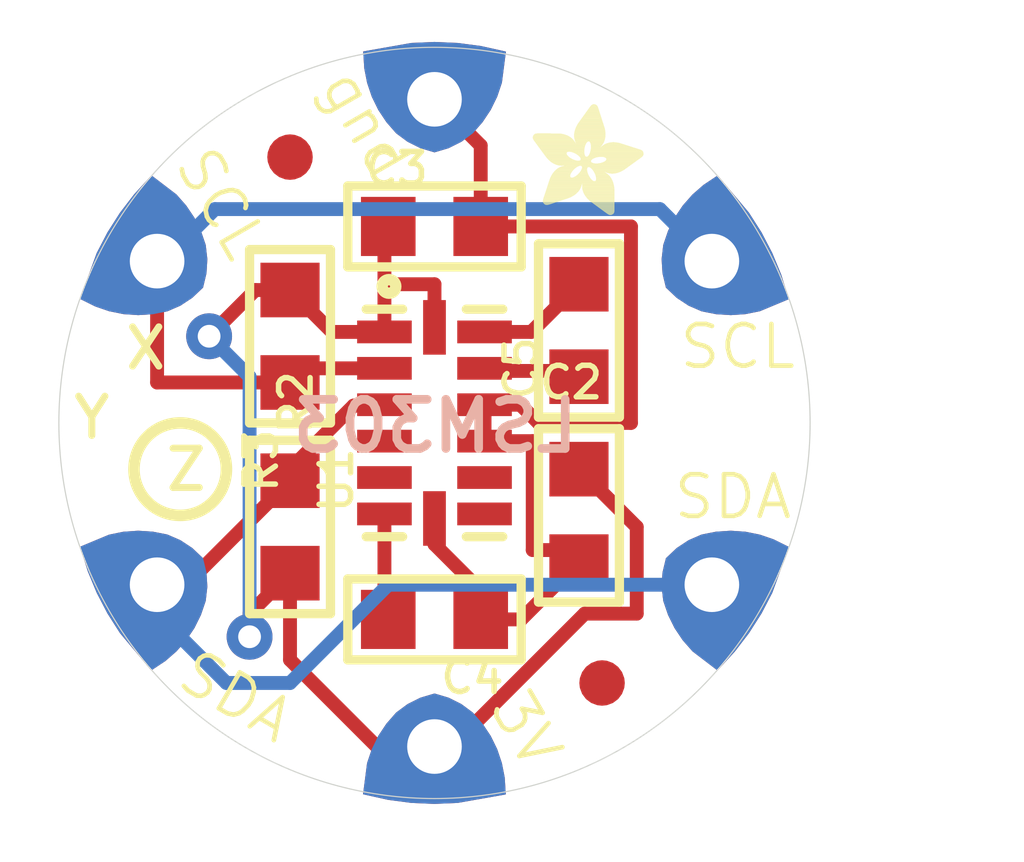
<source format=kicad_pcb>
(kicad_pcb (version 20221018) (generator pcbnew)
  (layers (0 "F.Cu" signal) (31 "B.Cu" signal) (34 "B.Paste" user) (35 "F.Paste" user) (36 "B.SilkS" user "B.Silkscreen") (37 "F.SilkS" user "F.Silkscreen") (38 "B.Mask" user) (39 "F.Mask" user) (44 "Edge.Cuts" user))
  (net 0 "")
  (net 1 "GND")
  (net 2 "3.3V")
  (net 3 "SDA")
  (net 4 "SCL")
  (net 5 "N$3")
  (net 6 "N$4")
  (net 7 "N$5")
  (net 8 "DRDY")
  (net 9 "INT2")
  (net 10 "INT1")
  (footprint "working:_0805" (layer "F.Cu") (at 148.5011 109.3216 180)
    (fp_text reference "C4" (at -1.5875 -1.27) (layer "F.SilkS") (effects (font (size 0.692831 0.692831) (thickness 0.119969)) (justify right)))
    (fp_text value "10µF")
    (pad "1" smd rect (at -1.016 0 180) (size 1.2 1.3) (layers "F.Cu" "F.Paste" "F.Mask") (net 1 "GND"))
    (pad "2" smd rect (at 1.016 0 180) (size 1.2 1.3) (layers "F.Cu" "F.Paste" "F.Mask") (net 5 "N$3"))
  )
  (footprint "working:SEWINGTAP_0.5" (layer "F.Cu") (at 154.5971 108.5596 -120)
    (fp_text reference "SDA1" hide)
    (fp_text value "SEWTAP0.5IN" hide)
    (fp_poly (pts (xy 0.510656 -1.238743) (xy 1.017424 -1.172026) (xy 1.570433 -1.049427) (xy 1.481621 -0.363766) (xy 1.377917 -0.056151) (xy 1.23587 0.233416) (xy 1.057243 0.501965) (xy 0.843327 0.746924) (xy 0.591455 0.933744) (xy 0.312122 1.07341) (xy 0 1.16625) (xy -0.312122 1.07341) (xy -0.591455 0.933744) (xy -0.843327 0.746924) (xy -1.057243 0.501967) (xy -1.235871 0.233417) (xy -1.377917 -0.056152) (xy -1.480952 -0.361783) (xy -1.543214 -0.678249) (xy -1.566969 -1.052671) (xy -0.512044 -1.238682) (xy 0 -1.261038)) (fill solid) (layer "F.Cu"))
    (fp_poly (pts (xy 0.510656 -1.238743) (xy 1.017424 -1.172026) (xy 1.570433 -1.049427) (xy 1.481621 -0.363766) (xy 1.377917 -0.056151) (xy 1.23587 0.233416) (xy 1.057243 0.501965) (xy 0.843327 0.746924) (xy 0.591455 0.933744) (xy 0.312122 1.07341) (xy 0 1.16625) (xy -0.312122 1.07341) (xy -0.591455 0.933744) (xy -0.843327 0.746924) (xy -1.057243 0.501967) (xy -1.235871 0.233417) (xy -1.377917 -0.056152) (xy -1.480952 -0.361783) (xy -1.543214 -0.678249) (xy -1.566969 -1.052671) (xy -0.512044 -1.238682) (xy 0 -1.261038)) (fill solid) (layer "B.Cu"))
    (pad "TAP" thru_hole circle (at 0 0 240) (size 2.1844 2.1844) (drill 1.2) (layers "*.Cu" "*.Mask") (net 3 "SDA"))
  )
  (footprint "working:FIDUCIAL_1MM" (layer "F.Cu") (at 145.3261 99.1616)
    (fp_text reference "FID1" hide)
    (fp_text value "FIDUCIAL\"\"" hide)
    (pad "1" smd roundrect (at 0 0) (size 1 1) (layers "F.Cu") (roundrect_rratio 0.5))
  )
  (footprint "working:_0805" (layer "F.Cu") (at 145.3261 107.2896 -90)
    (fp_text reference "R2" (at -3.4925 -0.127 90) (layer "F.SilkS") (effects (font (size 0.692831 0.692831) (thickness 0.119969)) (justify right)))
    (fp_text value "10K")
    (pad "1" smd rect (at -1.016 0 270) (size 1.2 1.3) (layers "F.Cu" "F.Paste" "F.Mask") (net 3 "SDA"))
    (pad "2" smd rect (at 1.016 0 270) (size 1.2 1.3) (layers "F.Cu" "F.Paste" "F.Mask") (net 2 "3.3V"))
  )
  (footprint "working:_0805" (layer "F.Cu") (at 148.5011 100.6856)
    (fp_text reference "C3" (at -1.5875 -1.27) (layer "F.SilkS") (effects (font (size 0.692831 0.692831) (thickness 0.119969)) (justify left)))
    (fp_text value "0.1uF")
    (pad "1" smd rect (at -1.016 0) (size 1.2 1.3) (layers "F.Cu" "F.Paste" "F.Mask") (net 2 "3.3V"))
    (pad "2" smd rect (at 1.016 0) (size 1.2 1.3) (layers "F.Cu" "F.Paste" "F.Mask") (net 1 "GND"))
  )
  (footprint "working:_0805" (layer "F.Cu") (at 151.6761 102.9716 90)
    (fp_text reference "C5" (at -1.5875 -1.27 90) (layer "F.SilkS") (effects (font (size 0.692831 0.692831) (thickness 0.119969)) (justify left)))
    (fp_text value "0.22µF")
    (pad "1" smd rect (at -1.016 0 90) (size 1.2 1.3) (layers "F.Cu" "F.Paste" "F.Mask") (net 6 "N$4"))
    (pad "2" smd rect (at 1.016 0 90) (size 1.2 1.3) (layers "F.Cu" "F.Paste" "F.Mask") (net 7 "N$5"))
  )
  (footprint "working:SEWINGTAP_0.5" (layer "F.Cu") (at 154.5971 101.4476 -60)
    (fp_text reference "SCL1" hide)
    (fp_text value "SEWTAP0.5IN" hide)
    (fp_poly (pts (xy 0.510656 -1.238743) (xy 1.017424 -1.172026) (xy 1.570433 -1.049427) (xy 1.481621 -0.363766) (xy 1.377917 -0.056151) (xy 1.23587 0.233416) (xy 1.057243 0.501965) (xy 0.843327 0.746924) (xy 0.591455 0.933744) (xy 0.312122 1.07341) (xy 0 1.16625) (xy -0.312122 1.07341) (xy -0.591455 0.933744) (xy -0.843327 0.746924) (xy -1.057243 0.501967) (xy -1.235871 0.233417) (xy -1.377917 -0.056152) (xy -1.480952 -0.361783) (xy -1.543214 -0.678249) (xy -1.566969 -1.052671) (xy -0.512044 -1.238682) (xy 0 -1.261038)) (fill solid) (layer "F.Cu"))
    (fp_poly (pts (xy 0.510656 -1.238743) (xy 1.017424 -1.172026) (xy 1.570433 -1.049427) (xy 1.481621 -0.363766) (xy 1.377917 -0.056151) (xy 1.23587 0.233416) (xy 1.057243 0.501965) (xy 0.843327 0.746924) (xy 0.591455 0.933744) (xy 0.312122 1.07341) (xy 0 1.16625) (xy -0.312122 1.07341) (xy -0.591455 0.933744) (xy -0.843327 0.746924) (xy -1.057243 0.501967) (xy -1.235871 0.233417) (xy -1.377917 -0.056152) (xy -1.480952 -0.361783) (xy -1.543214 -0.678249) (xy -1.566969 -1.052671) (xy -0.512044 -1.238682) (xy 0 -1.261038)) (fill solid) (layer "B.Cu"))
    (pad "TAP" thru_hole circle (at 0 0 300) (size 2.1844 2.1844) (drill 1.2) (layers "*.Cu" "*.Mask") (net 4 "SCL"))
  )
  (footprint "working:SEWINGTAP_0.5" (layer "F.Cu") (at 148.5011 97.8916)
    (fp_text reference "GND0" hide)
    (fp_text value "SEWTAP0.5IN" hide)
    (fp_poly (pts (xy 0.510656 -1.238743) (xy 1.017424 -1.172026) (xy 1.570433 -1.049427) (xy 1.481621 -0.363766) (xy 1.377917 -0.056151) (xy 1.23587 0.233416) (xy 1.057243 0.501965) (xy 0.843327 0.746924) (xy 0.591455 0.933744) (xy 0.312122 1.07341) (xy 0 1.16625) (xy -0.312122 1.07341) (xy -0.591455 0.933744) (xy -0.843327 0.746924) (xy -1.057243 0.501967) (xy -1.235871 0.233417) (xy -1.377917 -0.056152) (xy -1.480952 -0.361783) (xy -1.543214 -0.678249) (xy -1.566969 -1.052671) (xy -0.512044 -1.238682) (xy 0 -1.261038)) (fill solid) (layer "F.Cu"))
    (fp_poly (pts (xy 0.510656 -1.238743) (xy 1.017424 -1.172026) (xy 1.570433 -1.049427) (xy 1.481621 -0.363766) (xy 1.377917 -0.056151) (xy 1.23587 0.233416) (xy 1.057243 0.501965) (xy 0.843327 0.746924) (xy 0.591455 0.933744) (xy 0.312122 1.07341) (xy 0 1.16625) (xy -0.312122 1.07341) (xy -0.591455 0.933744) (xy -0.843327 0.746924) (xy -1.057243 0.501967) (xy -1.235871 0.233417) (xy -1.377917 -0.056152) (xy -1.480952 -0.361783) (xy -1.543214 -0.678249) (xy -1.566969 -1.052671) (xy -0.512044 -1.238682) (xy 0 -1.261038)) (fill solid) (layer "B.Cu"))
    (pad "TAP" thru_hole circle (at 0 0) (size 2.1844 2.1844) (drill 1.2) (layers "*.Cu" "*.Mask") (net 1 "GND"))
  )
  (footprint "working:FIDUCIAL_1MM" (layer "F.Cu") (at 152.1841 110.7186)
    (fp_text reference "FID2" hide)
    (fp_text value "FIDUCIAL\"\"" hide)
    (pad "1" smd roundrect (at 0 0) (size 1 1) (layers "F.Cu") (roundrect_rratio 0.5))
  )
  (footprint "working:SEWINGTAP_0.5" (layer "F.Cu") (at 142.4051 108.5596 120)
    (fp_text reference "SDA2" hide)
    (fp_text value "SEWTAP0.5IN" hide)
    (fp_poly (pts (xy 0.510656 -1.238743) (xy 1.017424 -1.172026) (xy 1.570433 -1.049427) (xy 1.481621 -0.363766) (xy 1.377917 -0.056151) (xy 1.23587 0.233416) (xy 1.057243 0.501965) (xy 0.843327 0.746924) (xy 0.591455 0.933744) (xy 0.312122 1.07341) (xy 0 1.16625) (xy -0.312122 1.07341) (xy -0.591455 0.933744) (xy -0.843327 0.746924) (xy -1.057243 0.501967) (xy -1.235871 0.233417) (xy -1.377917 -0.056152) (xy -1.480952 -0.361783) (xy -1.543214 -0.678249) (xy -1.566969 -1.052671) (xy -0.512044 -1.238682) (xy 0 -1.261038)) (fill solid) (layer "F.Cu"))
    (fp_poly (pts (xy 0.510656 -1.238743) (xy 1.017424 -1.172026) (xy 1.570433 -1.049427) (xy 1.481621 -0.363766) (xy 1.377917 -0.056151) (xy 1.23587 0.233416) (xy 1.057243 0.501965) (xy 0.843327 0.746924) (xy 0.591455 0.933744) (xy 0.312122 1.07341) (xy 0 1.16625) (xy -0.312122 1.07341) (xy -0.591455 0.933744) (xy -0.843327 0.746924) (xy -1.057243 0.501967) (xy -1.235871 0.233417) (xy -1.377917 -0.056152) (xy -1.480952 -0.361783) (xy -1.543214 -0.678249) (xy -1.566969 -1.052671) (xy -0.512044 -1.238682) (xy 0 -1.261038)) (fill solid) (layer "B.Cu"))
    (pad "TAP" thru_hole circle (at 0 0 120) (size 2.1844 2.1844) (drill 1.2) (layers "*.Cu" "*.Mask") (net 3 "SDA"))
  )
  (footprint "working:SEWINGTAP_0.5" (layer "F.Cu") (at 148.5011 112.1156 180)
    (fp_text reference "VCC0" hide)
    (fp_text value "SEWTAP0.5IN" hide)
    (fp_poly (pts (xy 0.510656 -1.238743) (xy 1.017424 -1.172026) (xy 1.570433 -1.049427) (xy 1.481621 -0.363766) (xy 1.377917 -0.056151) (xy 1.23587 0.233416) (xy 1.057243 0.501965) (xy 0.843327 0.746924) (xy 0.591455 0.933744) (xy 0.312122 1.07341) (xy 0 1.16625) (xy -0.312122 1.07341) (xy -0.591455 0.933744) (xy -0.843327 0.746924) (xy -1.057243 0.501967) (xy -1.235871 0.233417) (xy -1.377917 -0.056152) (xy -1.480952 -0.361783) (xy -1.543214 -0.678249) (xy -1.566969 -1.052671) (xy -0.512044 -1.238682) (xy 0 -1.261038)) (fill solid) (layer "F.Cu"))
    (fp_poly (pts (xy 0.510656 -1.238743) (xy 1.017424 -1.172026) (xy 1.570433 -1.049427) (xy 1.481621 -0.363766) (xy 1.377917 -0.056151) (xy 1.23587 0.233416) (xy 1.057243 0.501965) (xy 0.843327 0.746924) (xy 0.591455 0.933744) (xy 0.312122 1.07341) (xy 0 1.16625) (xy -0.312122 1.07341) (xy -0.591455 0.933744) (xy -0.843327 0.746924) (xy -1.057243 0.501967) (xy -1.235871 0.233417) (xy -1.377917 -0.056152) (xy -1.480952 -0.361783) (xy -1.543214 -0.678249) (xy -1.566969 -1.052671) (xy -0.512044 -1.238682) (xy 0 -1.261038)) (fill solid) (layer "B.Cu"))
    (pad "TAP" thru_hole circle (at 0 0 180) (size 2.1844 2.1844) (drill 1.2) (layers "*.Cu" "*.Mask") (net 2 "3.3V"))
  )
  (footprint "working:ADAFRUIT_2.5MM" (layer "F.Cu") (at 150.6601 100.4316)
    (fp_text reference "U$4" hide)
    (fp_text value "" hide)
  )
  (footprint "working:LGA14" (layer "F.Cu") (at 148.5011 105.0036 90)
    (fp_text reference "U1" (at -2.032 -2.159 90) (layer "F.SilkS") (effects (font (size 0.692831 0.692831) (thickness 0.119969)) (justify left)))
    (fp_text value "LSM303DLHC")
    (pad "1" smd rect (at 2 -1.1 90) (size 0.5 1.2) (layers "F.Cu" "F.Paste" "F.Mask") (net 2 "3.3V"))
    (pad "2" smd rect (at 1.2 -1.1 270) (size 0.5 1.2) (layers "F.Cu" "F.Paste" "F.Mask") (net 4 "SCL"))
    (pad "3" smd rect (at 0.4 -1.1 270) (size 0.5 1.2) (layers "F.Cu" "F.Paste" "F.Mask") (net 3 "SDA"))
    (pad "4" smd rect (at -0.4 -1.1 270) (size 0.5 1.2) (layers "F.Cu" "F.Paste" "F.Mask") (net 9 "INT2"))
    (pad "5" smd rect (at -1.2 -1.1 270) (size 0.5 1.2) (layers "F.Cu" "F.Paste" "F.Mask") (net 10 "INT1"))
    (pad "6" smd rect (at -2 -1.1 270) (size 0.5 1.2) (layers "F.Cu" "F.Paste" "F.Mask") (net 5 "N$3"))
    (pad "7" smd rect (at -2.1 0) (size 0.5 1.2) (layers "F.Cu" "F.Paste" "F.Mask") (net 1 "GND"))
    (pad "8" smd rect (at -2 1.1 270) (size 0.5 1.2) (layers "F.Cu" "F.Paste" "F.Mask"))
    (pad "9" smd rect (at -1.2 1.1 270) (size 0.5 1.2) (layers "F.Cu" "F.Paste" "F.Mask") (net 8 "DRDY"))
    (pad "10" smd rect (at -0.4 1.1 90) (size 0.5 1.2) (layers "F.Cu" "F.Paste" "F.Mask") (net 1 "GND"))
    (pad "11" smd rect (at 0.4 1.1 90) (size 0.5 1.2) (layers "F.Cu" "F.Paste" "F.Mask") (net 1 "GND"))
    (pad "12" smd rect (at 1.2 1.1 90) (size 0.5 1.2) (layers "F.Cu" "F.Paste" "F.Mask") (net 6 "N$4"))
    (pad "13" smd rect (at 2 1.1 90) (size 0.5 1.2) (layers "F.Cu" "F.Paste" "F.Mask") (net 7 "N$5"))
    (pad "14" smd rect (at 2.1 0 180) (size 0.5 1.2) (layers "F.Cu" "F.Paste" "F.Mask") (net 2 "3.3V"))
  )
  (footprint "working:_0805" (layer "F.Cu") (at 151.6761 107.0356 -90)
    (fp_text reference "C2" (at -2.921 -0.5825) (layer "F.SilkS") (effects (font (size 0.692831 0.692831) (thickness 0.119969)) (justify right)))
    (fp_text value "10µF")
    (pad "1" smd rect (at -1.016 0 270) (size 1.2 1.3) (layers "F.Cu" "F.Paste" "F.Mask") (net 2 "3.3V"))
    (pad "2" smd rect (at 1.016 0 270) (size 1.2 1.3) (layers "F.Cu" "F.Paste" "F.Mask") (net 1 "GND"))
  )
  (footprint "working:_0805" (layer "F.Cu") (at 145.3261 103.0986 90)
    (fp_text reference "R3" (at -3.4925 -0.635 90) (layer "F.SilkS") (effects (font (size 0.692831 0.692831) (thickness 0.119969)) (justify left)))
    (fp_text value "10K")
    (pad "1" smd rect (at -1.016 0 90) (size 1.2 1.3) (layers "F.Cu" "F.Paste" "F.Mask") (net 4 "SCL"))
    (pad "2" smd rect (at 1.016 0 90) (size 1.2 1.3) (layers "F.Cu" "F.Paste" "F.Mask") (net 2 "3.3V"))
  )
  (footprint "working:SEWINGTAP_0.5" (layer "F.Cu") (at 142.4051 101.4476 60)
    (fp_text reference "SCL2" hide)
    (fp_text value "SEWTAP0.5IN" hide)
    (fp_poly (pts (xy 0.510656 -1.238743) (xy 1.017424 -1.172026) (xy 1.570433 -1.049427) (xy 1.481621 -0.363766) (xy 1.377917 -0.056151) (xy 1.23587 0.233416) (xy 1.057243 0.501965) (xy 0.843327 0.746924) (xy 0.591455 0.933744) (xy 0.312122 1.07341) (xy 0 1.16625) (xy -0.312122 1.07341) (xy -0.591455 0.933744) (xy -0.843327 0.746924) (xy -1.057243 0.501967) (xy -1.235871 0.233417) (xy -1.377917 -0.056152) (xy -1.480952 -0.361783) (xy -1.543214 -0.678249) (xy -1.566969 -1.052671) (xy -0.512044 -1.238682) (xy 0 -1.261038)) (fill solid) (layer "F.Cu"))
    (fp_poly (pts (xy 0.510656 -1.238743) (xy 1.017424 -1.172026) (xy 1.570433 -1.049427) (xy 1.481621 -0.363766) (xy 1.377917 -0.056151) (xy 1.23587 0.233416) (xy 1.057243 0.501965) (xy 0.843327 0.746924) (xy 0.591455 0.933744) (xy 0.312122 1.07341) (xy 0 1.16625) (xy -0.312122 1.07341) (xy -0.591455 0.933744) (xy -0.843327 0.746924) (xy -1.057243 0.501967) (xy -1.235871 0.233417) (xy -1.377917 -0.056152) (xy -1.480952 -0.361783) (xy -1.543214 -0.678249) (xy -1.566969 -1.052671) (xy -0.512044 -1.238682) (xy 0 -1.261038)) (fill solid) (layer "B.Cu"))
    (pad "TAP" thru_hole circle (at 0 0 60) (size 2.1844 2.1844) (drill 1.2) (layers "*.Cu" "*.Mask") (net 4 "SCL"))
  )
  (gr_circle (center 142.9131 106.0196) (end 143.9291 106.0196) (stroke (width 0.254)) (fill none) (layer "F.SilkS"))
  (gr_circle (center 148.5011 105.0036) (end 156.7561 105.0036) (stroke (width 0.0254)) (fill none) (layer "Edge.Cuts"))
  (gr_text "LSM303" (at 151.7561 105.7066) (layer "B.SilkS") (effects (font (size 1.0795 1.0795) (thickness 0.1905)) (justify left bottom mirror)))
  (gr_text "SDA" (at 153.7081 107.1626) (layer "F.SilkS") (effects (font (size 0.9144 0.9144) (thickness 0.1016)) (justify left bottom)))
  (gr_text "Z" (at 142.5321 106.5356) (layer "F.SilkS") (effects (font (size 0.8636 0.8636) (thickness 0.1524)) (justify left bottom)))
  (gr_text "gnd" (at 148.1201 99.2886 300) (layer "F.SilkS") (effects (font (size 0.9144 0.9144) (thickness 0.1016)) (justify right top)))
  (gr_text "SCL" (at 153.8351 103.8606) (layer "F.SilkS") (effects (font (size 0.9144 0.9144) (thickness 0.1016)) (justify left bottom)))
  (gr_text "Y" (at 140.5001 105.3926) (layer "F.SilkS") (effects (font (size 0.8636 0.8636) (thickness 0.1524)) (justify left bottom)))
  (gr_text "X" (at 141.6431 103.8686) (layer "F.SilkS") (effects (font (size 0.8636 0.8636) (thickness 0.1524)) (justify left bottom)))
  (gr_text "3V" (at 151.4221 112.2426 300) (layer "F.SilkS") (effects (font (size 0.9144 0.9144) (thickness 0.1016)) (justify right top)))
  (gr_text "SDA" (at 145.5801 111.2266 330) (layer "F.SilkS") (effects (font (size 0.9144 0.9144) (thickness 0.1016)) (justify right top)))
  (gr_text "SCL" (at 144.9451 101.0666 300) (layer "F.SilkS") (effects (font (size 0.9144 0.9144) (thickness 0.1016)) (justify right top)))
  (segment (start 152.8191 105.0036) (end 150.7871 105.0036) (width 0.3048) (layer "F.Cu") (net 1))
  (segment (start 151.6761 107.7976) (end 151.6761 108.0516) (width 0.3048) (layer "F.Cu") (net 1))
  (segment (start 149.5821 105.3846) (end 149.6011 105.4036) (width 0.3048) (layer "F.Cu") (net 1))
  (segment (start 148.5011 107.1036) (end 148.5011 107.6706) (width 0.3048) (layer "F.Cu") (net 1))
  (segment (start 150.6601 107.7976) (end 151.6761 107.7976) (width 0.3048) (layer "F.Cu") (net 1))
  (segment (start 150.3871 104.6036) (end 149.6011 104.6036) (width 0.3048) (layer "F.Cu") (net 1))
  (segment (start 148.5011 107.6706) (end 149.5171 108.6866) (width 0.3048) (layer "F.Cu") (net 1))
  (segment (start 150.7871 105.0036) (end 150.3871 104.6036) (width 0.3048) (layer "F.Cu") (net 1))
  (segment (start 149.5171 98.9076) (end 149.5171 100.6856) (width 0.3048) (layer "F.Cu") (net 1))
  (segment (start 149.5171 100.6856) (end 152.8191 100.6856) (width 0.3048) (layer "F.Cu") (net 1))
  (segment (start 149.6011 105.4036) (end 149.6011 104.6036) (width 0.3048) (layer "F.Cu") (net 1))
  (segment (start 149.6011 105.4036) (end 150.6601 105.4036) (width 0.3048) (layer "F.Cu") (net 1))
  (segment (start 148.5011 97.8916) (end 149.5171 98.9076) (width 0.3048) (layer "F.Cu") (net 1))
  (segment (start 152.8191 100.6856) (end 152.8191 105.0036) (width 0.3048) (layer "F.Cu") (net 1))
  (segment (start 149.5171 108.6866) (end 149.5171 109.3216) (width 0.3048) (layer "F.Cu") (net 1))
  (segment (start 149.5171 109.3216) (end 150.4061 109.3216) (width 0.3048) (layer "F.Cu") (net 1))
  (segment (start 150.4061 109.3216) (end 151.6761 108.0516) (width 0.3048) (layer "F.Cu") (net 1))
  (segment (start 150.6601 105.4036) (end 150.6601 107.7976) (width 0.3048) (layer "F.Cu") (net 1))
  (segment (start 147.4011 101.9556) (end 147.4011 103.0036) (width 0.3048) (layer "F.Cu") (net 2))
  (segment (start 152.9461 109.1946) (end 151.8031 109.1946) (width 0.3048) (layer "F.Cu") (net 2))
  (segment (start 145.3261 108.3056) (end 144.4371 109.1946) (width 0.3048) (layer "F.Cu") (net 2))
  (segment (start 145.3261 110.2106) (end 147.6121 112.4966) (width 0.3048) (layer "F.Cu") (net 2))
  (segment (start 145.3261 108.3056) (end 145.3261 110.2106) (width 0.3048) (layer "F.Cu") (net 2))
  (segment (start 145.3261 102.0826) (end 146.2471 103.0036) (width 0.3048) (layer "F.Cu") (net 2))
  (segment (start 147.6121 112.4966) (end 148.1201 112.4966) (width 0.3048) (layer "F.Cu") (net 2))
  (segment (start 148.5011 102.9036) (end 148.5011 101.9556) (width 0.3048) (layer "F.Cu") (net 2))
  (segment (start 144.5641 102.0826) (end 145.3261 102.0826) (width 0.3048) (layer "F.Cu") (net 2))
  (segment (start 148.8821 112.1156) (end 148.5011 112.1156) (width 0.3048) (layer "F.Cu") (net 2))
  (segment (start 152.9461 107.2896) (end 152.9461 109.1946) (width 0.3048) (layer "F.Cu") (net 2))
  (segment (start 147.4851 100.6856) (end 147.4011 100.7696) (width 0.3048) (layer "F.Cu") (net 2))
  (segment (start 151.6761 106.0196) (end 152.9461 107.2896) (width 0.3048) (layer "F.Cu") (net 2))
  (segment (start 148.1201 112.4966) (end 148.5011 112.1156) (width 0.3048) (layer "F.Cu") (net 2))
  (segment (start 151.8031 109.1946) (end 148.8821 112.1156) (width 0.3048) (layer "F.Cu") (net 2))
  (segment (start 144.4371 109.1946) (end 144.4371 109.7026) (width 0.3048) (layer "F.Cu") (net 2))
  (segment (start 146.2471 103.0036) (end 147.4011 103.0036) (width 0.3048) (layer "F.Cu") (net 2))
  (segment (start 148.5011 101.9556) (end 147.4011 101.9556) (width 0.3048) (layer "F.Cu") (net 2))
  (segment (start 147.4011 100.7696) (end 147.4011 101.9556) (width 0.3048) (layer "F.Cu") (net 2))
  (segment (start 143.5481 103.0986) (end 144.5641 102.0826) (width 0.3048) (layer "F.Cu") (net 2))
  (via (at 143.5481 103.0986) (size 1.008) (drill 0.5) (layers "F.Cu" "B.Cu") (net 2))
  (via (at 144.4371 109.7026) (size 1.008) (drill 0.5) (layers "F.Cu" "B.Cu") (net 2))
  (segment (start 144.4371 103.9876) (end 143.5481 103.0986) (width 0.3048) (layer "B.Cu") (net 2))
  (segment (start 144.4371 109.7026) (end 144.4371 103.9876) (width 0.3048) (layer "B.Cu") (net 2))
  (segment (start 145.3261 106.2736) (end 145.3261 106.0196) (width 0.3048) (layer "F.Cu") (net 3))
  (segment (start 143.0401 108.5596) (end 145.3261 106.2736) (width 0.3048) (layer "F.Cu") (net 3))
  (segment (start 145.3261 106.0196) (end 146.7231 104.6226) (width 0.3048) (layer "F.Cu") (net 3))
  (segment (start 146.7231 104.6226) (end 147.3821 104.6226) (width 0.3048) (layer "F.Cu") (net 3))
  (segment (start 147.3821 104.6226) (end 147.4011 104.6036) (width 0.3048) (layer "F.Cu") (net 3))
  (segment (start 142.4051 108.5596) (end 143.0401 108.5596) (width 0.3048) (layer "F.Cu") (net 3))
  (segment (start 142.4051 109.1946) (end 143.9291 110.7186) (width 0.3048) (layer "B.Cu") (net 3))
  (segment (start 142.4051 108.5596) (end 142.4051 109.1946) (width 0.3048) (layer "B.Cu") (net 3))
  (segment (start 147.4851 108.5596) (end 154.5971 108.5596) (width 0.3048) (layer "B.Cu") (net 3))
  (segment (start 145.3261 110.7186) (end 147.4851 108.5596) (width 0.3048) (layer "B.Cu") (net 3))
  (segment (start 143.9291 110.7186) (end 145.3261 110.7186) (width 0.3048) (layer "B.Cu") (net 3))
  (segment (start 142.4051 101.4476) (end 142.4051 104.1146) (width 0.3048) (layer "F.Cu") (net 4))
  (segment (start 145.3261 104.1146) (end 145.6371 103.8036) (width 0.3048) (layer "F.Cu") (net 4))
  (segment (start 142.4051 104.1146) (end 145.3261 104.1146) (width 0.3048) (layer "F.Cu") (net 4))
  (segment (start 145.6371 103.8036) (end 147.4011 103.8036) (width 0.3048) (layer "F.Cu") (net 4))
  (segment (start 153.4541 100.3046) (end 143.6751 100.3046) (width 0.3048) (layer "B.Cu") (net 4))
  (segment (start 154.5971 101.4476) (end 153.4541 100.3046) (width 0.3048) (layer "B.Cu") (net 4))
  (segment (start 142.5321 101.4476) (end 142.4051 101.4476) (width 0.3048) (layer "B.Cu") (net 4))
  (segment (start 143.6751 100.3046) (end 142.5321 101.4476) (width 0.3048) (layer "B.Cu") (net 4))
  (segment (start 147.4011 107.0036) (end 147.4011 109.2376) (width 0.3048) (layer "F.Cu") (net 5))
  (segment (start 147.4011 109.2376) (end 147.4851 109.3216) (width 0.3048) (layer "F.Cu") (net 5))
  (segment (start 149.6011 103.8036) (end 149.6581 103.8606) (width 0.3048) (layer "F.Cu") (net 6))
  (segment (start 149.6581 103.8606) (end 151.4221 103.8606) (width 0.3048) (layer "F.Cu") (net 6))
  (segment (start 151.4221 103.8606) (end 151.6761 103.9876) (width 0.3048) (layer "F.Cu") (net 6))
  (segment (start 150.6281 103.0036) (end 149.6011 103.0036) (width 0.3048) (layer "F.Cu") (net 7))
  (segment (start 151.6761 101.9556) (end 150.6281 103.0036) (width 0.3048) (layer "F.Cu") (net 7))
)
</source>
